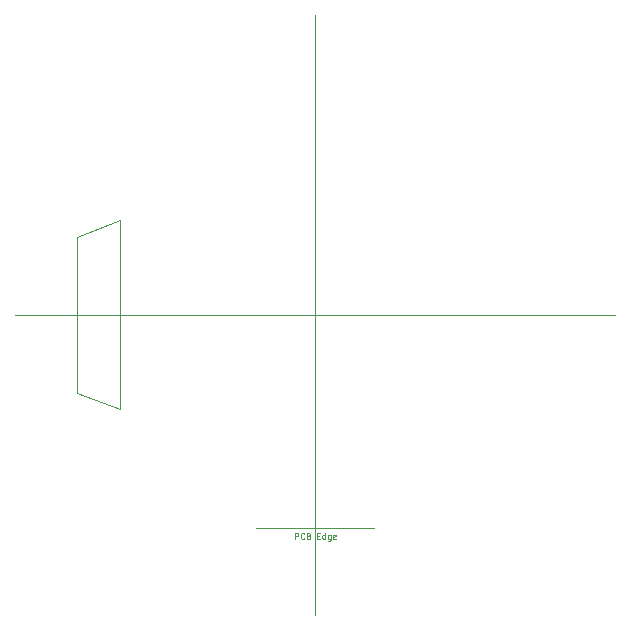
<source format=gbr>
%TF.GenerationSoftware,KiCad,Pcbnew,5.1.5+dfsg1-2~bpo10+1*%
%TF.CreationDate,Date%
%TF.ProjectId,osw-light,6f73772d-6c69-4676-9874-2e6b69636164,1.0*%
%TF.SameCoordinates,Original*%
%TF.FileFunction,OtherDrawing,Comment*%
%FSLAX46Y46*%
G04 Gerber Fmt 4.6, Leading zero omitted, Abs format (unit mm)*
G04 Created by KiCad*
%MOMM*%
%LPD*%
G04 APERTURE LIST*
%ADD10C,0.120000*%
%ADD11C,0.050000*%
%ADD12C,0.100000*%
G04 APERTURE END LIST*
D10*
X56007000Y-94996000D02*
X59690000Y-93599000D01*
X56007000Y-108204000D02*
X59690000Y-109601000D01*
X56007000Y-101600000D02*
X56007000Y-108204000D01*
X56007000Y-101600000D02*
X56007000Y-94996000D01*
X59690000Y-101600000D02*
X59690000Y-109601000D01*
X59690000Y-101600000D02*
X59690000Y-93599000D01*
D11*
X76200000Y-76200000D02*
X76200000Y-127000000D01*
X50800000Y-101600000D02*
X101600000Y-101600000D01*
%TO.C,U5*%
X81178400Y-119697500D02*
X71178400Y-119697500D01*
%TD*%
%TO.C,U5*%
D12*
X74485714Y-120579190D02*
X74485714Y-120079190D01*
X74676190Y-120079190D01*
X74723809Y-120103000D01*
X74747619Y-120126809D01*
X74771428Y-120174428D01*
X74771428Y-120245857D01*
X74747619Y-120293476D01*
X74723809Y-120317285D01*
X74676190Y-120341095D01*
X74485714Y-120341095D01*
X75271428Y-120531571D02*
X75247619Y-120555380D01*
X75176190Y-120579190D01*
X75128571Y-120579190D01*
X75057142Y-120555380D01*
X75009523Y-120507761D01*
X74985714Y-120460142D01*
X74961904Y-120364904D01*
X74961904Y-120293476D01*
X74985714Y-120198238D01*
X75009523Y-120150619D01*
X75057142Y-120103000D01*
X75128571Y-120079190D01*
X75176190Y-120079190D01*
X75247619Y-120103000D01*
X75271428Y-120126809D01*
X75652380Y-120317285D02*
X75723809Y-120341095D01*
X75747619Y-120364904D01*
X75771428Y-120412523D01*
X75771428Y-120483952D01*
X75747619Y-120531571D01*
X75723809Y-120555380D01*
X75676190Y-120579190D01*
X75485714Y-120579190D01*
X75485714Y-120079190D01*
X75652380Y-120079190D01*
X75700000Y-120103000D01*
X75723809Y-120126809D01*
X75747619Y-120174428D01*
X75747619Y-120222047D01*
X75723809Y-120269666D01*
X75700000Y-120293476D01*
X75652380Y-120317285D01*
X75485714Y-120317285D01*
X76366666Y-120317285D02*
X76533333Y-120317285D01*
X76604761Y-120579190D02*
X76366666Y-120579190D01*
X76366666Y-120079190D01*
X76604761Y-120079190D01*
X77033333Y-120579190D02*
X77033333Y-120079190D01*
X77033333Y-120555380D02*
X76985714Y-120579190D01*
X76890476Y-120579190D01*
X76842857Y-120555380D01*
X76819047Y-120531571D01*
X76795238Y-120483952D01*
X76795238Y-120341095D01*
X76819047Y-120293476D01*
X76842857Y-120269666D01*
X76890476Y-120245857D01*
X76985714Y-120245857D01*
X77033333Y-120269666D01*
X77485714Y-120245857D02*
X77485714Y-120650619D01*
X77461904Y-120698238D01*
X77438095Y-120722047D01*
X77390476Y-120745857D01*
X77319047Y-120745857D01*
X77271428Y-120722047D01*
X77485714Y-120555380D02*
X77438095Y-120579190D01*
X77342857Y-120579190D01*
X77295238Y-120555380D01*
X77271428Y-120531571D01*
X77247619Y-120483952D01*
X77247619Y-120341095D01*
X77271428Y-120293476D01*
X77295238Y-120269666D01*
X77342857Y-120245857D01*
X77438095Y-120245857D01*
X77485714Y-120269666D01*
X77914285Y-120555380D02*
X77866666Y-120579190D01*
X77771428Y-120579190D01*
X77723809Y-120555380D01*
X77700000Y-120507761D01*
X77700000Y-120317285D01*
X77723809Y-120269666D01*
X77771428Y-120245857D01*
X77866666Y-120245857D01*
X77914285Y-120269666D01*
X77938095Y-120317285D01*
X77938095Y-120364904D01*
X77700000Y-120412523D01*
%TD*%
M02*

</source>
